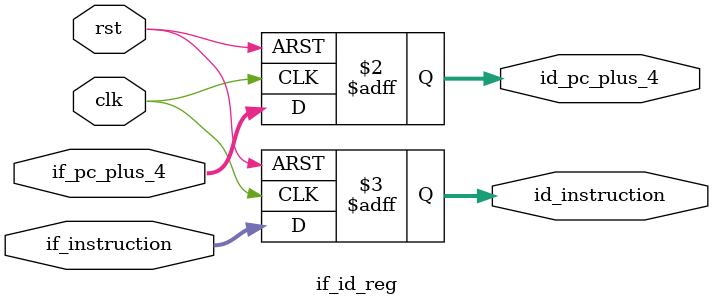
<source format=v>
`ifndef IF_ID_REG_V
`define IF_ID_REG_V

/*******************************************************************************
** IF/ID Pipeline Register
**
** Latches the instruction and PC+4 from the IF stage for use in the ID stage.
*******************************************************************************/
module if_id_reg (
    input  wire        clk,
    input  wire        rst,
    input  wire [31:0] if_pc_plus_4,
    input  wire [31:0] if_instruction,
    output reg  [31:0] id_pc_plus_4,
    output reg  [31:0] id_instruction
);

    always @(posedge clk or posedge rst) 
    begin
        if (rst) 
        begin
            id_pc_plus_4   <= 32'b0;
            id_instruction <= 32'h00000013; // NOP (addi x0, x0, 0)
        end 
        else 
        begin
            id_pc_plus_4   <= if_pc_plus_4;
            id_instruction <= if_instruction;
        end
    end

endmodule

`endif
</source>
